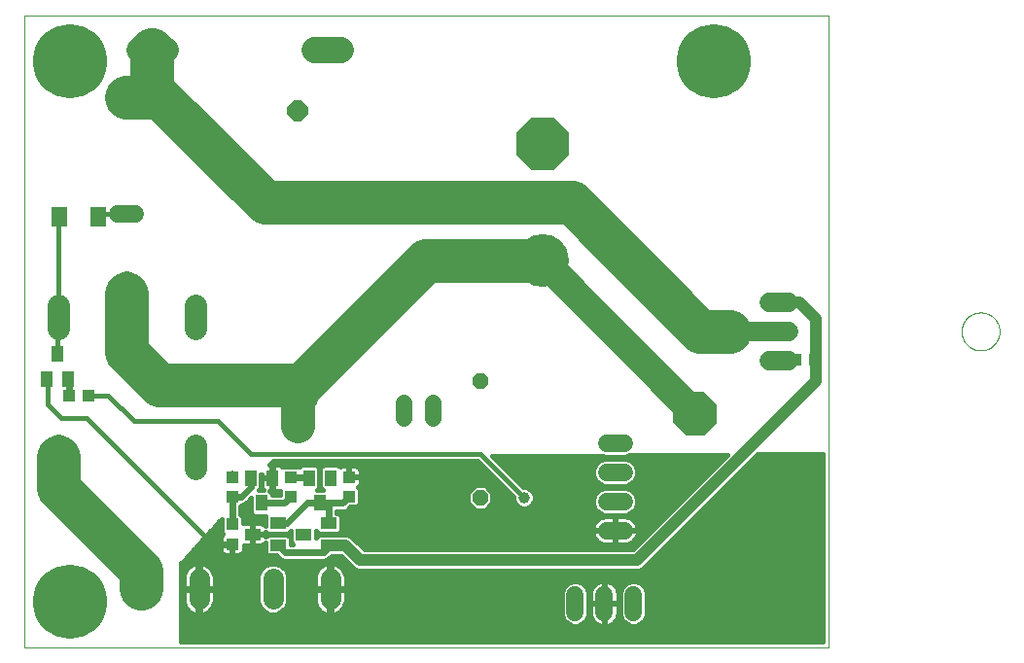
<source format=gbl>
G75*
%MOIN*%
%OFA0B0*%
%FSLAX25Y25*%
%IPPOS*%
%LPD*%
%AMOC8*
5,1,8,0,0,1.08239X$1,22.5*
%
%ADD10C,0.00000*%
%ADD11C,0.07800*%
%ADD12R,0.04331X0.03937*%
%ADD13C,0.06000*%
%ADD14C,0.08850*%
%ADD15C,0.06600*%
%ADD16R,0.03937X0.04331*%
%ADD17C,0.18100*%
%ADD18OC8,0.18100*%
%ADD19OC8,0.07050*%
%ADD20R,0.03937X0.05512*%
%ADD21R,0.05512X0.03937*%
%ADD22C,0.07050*%
%ADD23OC8,0.15000*%
%ADD24C,0.05600*%
%ADD25R,0.05512X0.07087*%
%ADD26OC8,0.05200*%
%ADD27C,0.25400*%
%ADD28C,0.01600*%
%ADD29C,0.10000*%
%ADD30C,0.02400*%
%ADD31C,0.03962*%
%ADD32C,0.04000*%
%ADD33C,0.15000*%
%ADD34C,0.11811*%
D10*
X0002474Y0011800D02*
X0002474Y0228335D01*
X0278065Y0228335D01*
X0278065Y0011800D01*
X0002474Y0011800D01*
X0323724Y0120068D02*
X0323726Y0120229D01*
X0323732Y0120389D01*
X0323742Y0120550D01*
X0323756Y0120710D01*
X0323774Y0120870D01*
X0323795Y0121029D01*
X0323821Y0121188D01*
X0323851Y0121346D01*
X0323884Y0121503D01*
X0323922Y0121660D01*
X0323963Y0121815D01*
X0324008Y0121969D01*
X0324057Y0122122D01*
X0324110Y0122274D01*
X0324166Y0122425D01*
X0324227Y0122574D01*
X0324290Y0122722D01*
X0324358Y0122868D01*
X0324429Y0123012D01*
X0324503Y0123154D01*
X0324581Y0123295D01*
X0324663Y0123433D01*
X0324748Y0123570D01*
X0324836Y0123704D01*
X0324928Y0123836D01*
X0325023Y0123966D01*
X0325121Y0124094D01*
X0325222Y0124219D01*
X0325326Y0124341D01*
X0325433Y0124461D01*
X0325543Y0124578D01*
X0325656Y0124693D01*
X0325772Y0124804D01*
X0325891Y0124913D01*
X0326012Y0125018D01*
X0326136Y0125121D01*
X0326262Y0125221D01*
X0326390Y0125317D01*
X0326521Y0125410D01*
X0326655Y0125500D01*
X0326790Y0125587D01*
X0326928Y0125670D01*
X0327067Y0125750D01*
X0327209Y0125826D01*
X0327352Y0125899D01*
X0327497Y0125968D01*
X0327644Y0126034D01*
X0327792Y0126096D01*
X0327942Y0126154D01*
X0328093Y0126209D01*
X0328246Y0126260D01*
X0328400Y0126307D01*
X0328555Y0126350D01*
X0328711Y0126389D01*
X0328867Y0126425D01*
X0329025Y0126456D01*
X0329183Y0126484D01*
X0329342Y0126508D01*
X0329502Y0126528D01*
X0329662Y0126544D01*
X0329822Y0126556D01*
X0329983Y0126564D01*
X0330144Y0126568D01*
X0330304Y0126568D01*
X0330465Y0126564D01*
X0330626Y0126556D01*
X0330786Y0126544D01*
X0330946Y0126528D01*
X0331106Y0126508D01*
X0331265Y0126484D01*
X0331423Y0126456D01*
X0331581Y0126425D01*
X0331737Y0126389D01*
X0331893Y0126350D01*
X0332048Y0126307D01*
X0332202Y0126260D01*
X0332355Y0126209D01*
X0332506Y0126154D01*
X0332656Y0126096D01*
X0332804Y0126034D01*
X0332951Y0125968D01*
X0333096Y0125899D01*
X0333239Y0125826D01*
X0333381Y0125750D01*
X0333520Y0125670D01*
X0333658Y0125587D01*
X0333793Y0125500D01*
X0333927Y0125410D01*
X0334058Y0125317D01*
X0334186Y0125221D01*
X0334312Y0125121D01*
X0334436Y0125018D01*
X0334557Y0124913D01*
X0334676Y0124804D01*
X0334792Y0124693D01*
X0334905Y0124578D01*
X0335015Y0124461D01*
X0335122Y0124341D01*
X0335226Y0124219D01*
X0335327Y0124094D01*
X0335425Y0123966D01*
X0335520Y0123836D01*
X0335612Y0123704D01*
X0335700Y0123570D01*
X0335785Y0123433D01*
X0335867Y0123295D01*
X0335945Y0123154D01*
X0336019Y0123012D01*
X0336090Y0122868D01*
X0336158Y0122722D01*
X0336221Y0122574D01*
X0336282Y0122425D01*
X0336338Y0122274D01*
X0336391Y0122122D01*
X0336440Y0121969D01*
X0336485Y0121815D01*
X0336526Y0121660D01*
X0336564Y0121503D01*
X0336597Y0121346D01*
X0336627Y0121188D01*
X0336653Y0121029D01*
X0336674Y0120870D01*
X0336692Y0120710D01*
X0336706Y0120550D01*
X0336716Y0120389D01*
X0336722Y0120229D01*
X0336724Y0120068D01*
X0336722Y0119907D01*
X0336716Y0119747D01*
X0336706Y0119586D01*
X0336692Y0119426D01*
X0336674Y0119266D01*
X0336653Y0119107D01*
X0336627Y0118948D01*
X0336597Y0118790D01*
X0336564Y0118633D01*
X0336526Y0118476D01*
X0336485Y0118321D01*
X0336440Y0118167D01*
X0336391Y0118014D01*
X0336338Y0117862D01*
X0336282Y0117711D01*
X0336221Y0117562D01*
X0336158Y0117414D01*
X0336090Y0117268D01*
X0336019Y0117124D01*
X0335945Y0116982D01*
X0335867Y0116841D01*
X0335785Y0116703D01*
X0335700Y0116566D01*
X0335612Y0116432D01*
X0335520Y0116300D01*
X0335425Y0116170D01*
X0335327Y0116042D01*
X0335226Y0115917D01*
X0335122Y0115795D01*
X0335015Y0115675D01*
X0334905Y0115558D01*
X0334792Y0115443D01*
X0334676Y0115332D01*
X0334557Y0115223D01*
X0334436Y0115118D01*
X0334312Y0115015D01*
X0334186Y0114915D01*
X0334058Y0114819D01*
X0333927Y0114726D01*
X0333793Y0114636D01*
X0333658Y0114549D01*
X0333520Y0114466D01*
X0333381Y0114386D01*
X0333239Y0114310D01*
X0333096Y0114237D01*
X0332951Y0114168D01*
X0332804Y0114102D01*
X0332656Y0114040D01*
X0332506Y0113982D01*
X0332355Y0113927D01*
X0332202Y0113876D01*
X0332048Y0113829D01*
X0331893Y0113786D01*
X0331737Y0113747D01*
X0331581Y0113711D01*
X0331423Y0113680D01*
X0331265Y0113652D01*
X0331106Y0113628D01*
X0330946Y0113608D01*
X0330786Y0113592D01*
X0330626Y0113580D01*
X0330465Y0113572D01*
X0330304Y0113568D01*
X0330144Y0113568D01*
X0329983Y0113572D01*
X0329822Y0113580D01*
X0329662Y0113592D01*
X0329502Y0113608D01*
X0329342Y0113628D01*
X0329183Y0113652D01*
X0329025Y0113680D01*
X0328867Y0113711D01*
X0328711Y0113747D01*
X0328555Y0113786D01*
X0328400Y0113829D01*
X0328246Y0113876D01*
X0328093Y0113927D01*
X0327942Y0113982D01*
X0327792Y0114040D01*
X0327644Y0114102D01*
X0327497Y0114168D01*
X0327352Y0114237D01*
X0327209Y0114310D01*
X0327067Y0114386D01*
X0326928Y0114466D01*
X0326790Y0114549D01*
X0326655Y0114636D01*
X0326521Y0114726D01*
X0326390Y0114819D01*
X0326262Y0114915D01*
X0326136Y0115015D01*
X0326012Y0115118D01*
X0325891Y0115223D01*
X0325772Y0115332D01*
X0325656Y0115443D01*
X0325543Y0115558D01*
X0325433Y0115675D01*
X0325326Y0115795D01*
X0325222Y0115917D01*
X0325121Y0116042D01*
X0325023Y0116170D01*
X0324928Y0116300D01*
X0324836Y0116432D01*
X0324748Y0116566D01*
X0324663Y0116703D01*
X0324581Y0116841D01*
X0324503Y0116982D01*
X0324429Y0117124D01*
X0324358Y0117268D01*
X0324290Y0117414D01*
X0324227Y0117562D01*
X0324166Y0117711D01*
X0324110Y0117862D01*
X0324057Y0118014D01*
X0324008Y0118167D01*
X0323963Y0118321D01*
X0323922Y0118476D01*
X0323884Y0118633D01*
X0323851Y0118790D01*
X0323821Y0118948D01*
X0323795Y0119107D01*
X0323774Y0119266D01*
X0323756Y0119426D01*
X0323742Y0119586D01*
X0323732Y0119747D01*
X0323726Y0119907D01*
X0323724Y0120068D01*
D11*
X0060974Y0121150D02*
X0060974Y0128950D01*
X0037474Y0129150D02*
X0037474Y0136950D01*
X0013974Y0128950D02*
X0013974Y0121150D01*
X0013974Y0080950D02*
X0013974Y0073150D01*
X0060974Y0073150D02*
X0060974Y0080950D01*
D12*
X0073724Y0070146D03*
X0073724Y0063454D03*
X0073724Y0053896D03*
X0073724Y0047204D03*
X0093724Y0063454D03*
X0093724Y0070146D03*
X0113724Y0070146D03*
X0113724Y0063454D03*
D13*
X0191224Y0029800D02*
X0191224Y0023800D01*
X0201224Y0023800D02*
X0201224Y0029800D01*
X0211224Y0029800D02*
X0211224Y0023800D01*
X0207974Y0051800D02*
X0201974Y0051800D01*
X0201974Y0061800D02*
X0207974Y0061800D01*
X0207974Y0071800D02*
X0201974Y0071800D01*
X0201974Y0081800D02*
X0207974Y0081800D01*
X0040474Y0160550D02*
X0034474Y0160550D01*
X0034474Y0200550D02*
X0040474Y0200550D01*
D14*
X0041799Y0216800D02*
X0050649Y0216800D01*
X0101799Y0216800D02*
X0110649Y0216800D01*
D15*
X0244207Y0120068D02*
X0261224Y0120068D01*
X0257924Y0120068D02*
X0264524Y0120068D01*
X0264524Y0130068D02*
X0257924Y0130068D01*
X0257924Y0110068D02*
X0264524Y0110068D01*
D16*
X0266628Y0110550D03*
X0273321Y0110550D03*
X0024571Y0098050D03*
X0017878Y0098050D03*
D17*
X0179974Y0144300D03*
D18*
X0179974Y0184300D03*
D19*
X0096224Y0195800D03*
X0096224Y0087800D03*
D20*
X0099984Y0069881D03*
X0107464Y0069881D03*
X0103724Y0061219D03*
X0087464Y0069881D03*
X0079984Y0069881D03*
X0083724Y0061219D03*
X0017464Y0103719D03*
X0009984Y0103719D03*
X0013724Y0112381D03*
D21*
X0089305Y0054290D03*
X0080644Y0050550D03*
X0089305Y0046810D03*
X0098144Y0050550D03*
X0106805Y0054290D03*
X0106805Y0046810D03*
D22*
X0107317Y0035325D02*
X0107317Y0028275D01*
X0087632Y0028275D02*
X0087632Y0035325D01*
X0062317Y0035325D02*
X0062317Y0028275D01*
X0042632Y0028275D02*
X0042632Y0035325D01*
D23*
X0232474Y0091800D03*
D24*
X0142474Y0090250D02*
X0142474Y0095850D01*
X0132474Y0095850D02*
X0132474Y0090250D01*
D25*
X0027917Y0159300D03*
X0014531Y0159300D03*
D26*
X0158724Y0103050D03*
X0158724Y0063050D03*
D27*
X0238695Y0027548D03*
X0018222Y0027548D03*
X0018222Y0212587D03*
X0238695Y0212587D03*
D28*
X0261707Y0110550D02*
X0261224Y0110068D01*
X0261707Y0110550D02*
X0266628Y0110550D01*
X0273321Y0110550D02*
X0273321Y0107204D01*
X0273724Y0106800D01*
X0276224Y0078050D02*
X0253665Y0077900D01*
X0214514Y0038748D01*
X0213190Y0038200D01*
X0116758Y0038200D01*
X0115435Y0038748D01*
X0114422Y0039761D01*
X0110973Y0043210D01*
X0107844Y0043210D01*
X0106560Y0041926D01*
X0105531Y0041500D01*
X0104417Y0041500D01*
X0091258Y0041500D01*
X0090229Y0041926D01*
X0088914Y0043241D01*
X0085886Y0043241D01*
X0084949Y0044179D01*
X0084949Y0047666D01*
X0084840Y0047476D01*
X0084505Y0047141D01*
X0084094Y0046904D01*
X0083637Y0046781D01*
X0080828Y0046781D01*
X0080828Y0050366D01*
X0080828Y0050734D01*
X0085200Y0050734D01*
X0085200Y0051409D01*
X0085886Y0050722D01*
X0092724Y0050722D01*
X0093661Y0051659D01*
X0093661Y0051755D01*
X0093788Y0051808D01*
X0093788Y0047919D01*
X0094606Y0047100D01*
X0093661Y0047100D01*
X0093661Y0049441D01*
X0092724Y0050378D01*
X0085886Y0050378D01*
X0085200Y0049691D01*
X0085200Y0050366D01*
X0080828Y0050366D01*
X0080459Y0050366D01*
X0080459Y0046781D01*
X0077690Y0046781D01*
X0077690Y0044998D01*
X0077567Y0044540D01*
X0077330Y0044130D01*
X0076995Y0043795D01*
X0076584Y0043558D01*
X0076127Y0043435D01*
X0073909Y0043435D01*
X0073909Y0047019D01*
X0073540Y0047019D01*
X0073540Y0043435D01*
X0071322Y0043435D01*
X0070864Y0043558D01*
X0070454Y0043795D01*
X0070119Y0044130D01*
X0069882Y0044540D01*
X0069759Y0044998D01*
X0069759Y0047019D01*
X0073540Y0047019D01*
X0073540Y0047388D01*
X0069759Y0047388D01*
X0069759Y0049409D01*
X0069882Y0049867D01*
X0070119Y0050277D01*
X0070454Y0050612D01*
X0070554Y0050670D01*
X0069959Y0051265D01*
X0069959Y0055869D01*
X0056224Y0040550D01*
X0056224Y0013600D01*
X0276265Y0013600D01*
X0276265Y0075900D01*
X0276224Y0078050D01*
X0276238Y0077339D02*
X0253104Y0077339D01*
X0251506Y0075740D02*
X0276265Y0075740D01*
X0276265Y0074142D02*
X0249907Y0074142D01*
X0248309Y0072543D02*
X0276265Y0072543D01*
X0276265Y0070945D02*
X0246710Y0070945D01*
X0245112Y0069346D02*
X0276265Y0069346D01*
X0276265Y0067748D02*
X0243513Y0067748D01*
X0241915Y0066149D02*
X0276265Y0066149D01*
X0276265Y0064551D02*
X0240316Y0064551D01*
X0238718Y0062952D02*
X0276265Y0062952D01*
X0276265Y0061354D02*
X0237119Y0061354D01*
X0235521Y0059755D02*
X0276265Y0059755D01*
X0276265Y0058157D02*
X0233922Y0058157D01*
X0232324Y0056558D02*
X0276265Y0056558D01*
X0276265Y0054960D02*
X0230725Y0054960D01*
X0229127Y0053361D02*
X0276265Y0053361D01*
X0276265Y0051763D02*
X0227528Y0051763D01*
X0225930Y0050164D02*
X0276265Y0050164D01*
X0276265Y0048566D02*
X0224331Y0048566D01*
X0222733Y0046967D02*
X0276265Y0046967D01*
X0276265Y0045369D02*
X0221134Y0045369D01*
X0219536Y0043770D02*
X0276265Y0043770D01*
X0276265Y0042172D02*
X0217937Y0042172D01*
X0216339Y0040573D02*
X0276265Y0040573D01*
X0276265Y0038975D02*
X0214740Y0038975D01*
X0212672Y0034179D02*
X0276265Y0034179D01*
X0276265Y0032581D02*
X0214949Y0032581D01*
X0215124Y0032406D02*
X0213830Y0033700D01*
X0212139Y0034400D01*
X0210309Y0034400D01*
X0208619Y0033700D01*
X0207325Y0032406D01*
X0206624Y0030715D01*
X0206624Y0022885D01*
X0207325Y0021194D01*
X0208619Y0019900D01*
X0210309Y0019200D01*
X0212139Y0019200D01*
X0213830Y0019900D01*
X0215124Y0021194D01*
X0215824Y0022885D01*
X0215824Y0030715D01*
X0215124Y0032406D01*
X0215714Y0030982D02*
X0276265Y0030982D01*
X0276265Y0029384D02*
X0215824Y0029384D01*
X0215824Y0027785D02*
X0276265Y0027785D01*
X0276265Y0026187D02*
X0215824Y0026187D01*
X0215824Y0024588D02*
X0276265Y0024588D01*
X0276265Y0022990D02*
X0215824Y0022990D01*
X0215206Y0021391D02*
X0276265Y0021391D01*
X0276265Y0019793D02*
X0213570Y0019793D01*
X0208879Y0019793D02*
X0203875Y0019793D01*
X0203740Y0019695D02*
X0204351Y0020139D01*
X0204886Y0020673D01*
X0205330Y0021284D01*
X0205673Y0021957D01*
X0205906Y0022676D01*
X0206024Y0023422D01*
X0206024Y0026600D01*
X0201424Y0026600D01*
X0201424Y0019000D01*
X0201602Y0019000D01*
X0202348Y0019118D01*
X0203067Y0019352D01*
X0203740Y0019695D01*
X0201424Y0019793D02*
X0201024Y0019793D01*
X0201024Y0019000D02*
X0201024Y0026600D01*
X0196424Y0026600D01*
X0196424Y0023422D01*
X0196543Y0022676D01*
X0196776Y0021957D01*
X0197119Y0021284D01*
X0197563Y0020673D01*
X0198097Y0020139D01*
X0198709Y0019695D01*
X0199382Y0019352D01*
X0200100Y0019118D01*
X0200847Y0019000D01*
X0201024Y0019000D01*
X0201024Y0021391D02*
X0201424Y0021391D01*
X0201424Y0022990D02*
X0201024Y0022990D01*
X0201024Y0024588D02*
X0201424Y0024588D01*
X0201424Y0026187D02*
X0201024Y0026187D01*
X0201024Y0026600D02*
X0201424Y0026600D01*
X0201424Y0027000D01*
X0201024Y0027000D01*
X0201024Y0026600D01*
X0201024Y0027000D02*
X0196424Y0027000D01*
X0196424Y0030178D01*
X0196543Y0030924D01*
X0196776Y0031643D01*
X0197119Y0032316D01*
X0197563Y0032927D01*
X0198097Y0033461D01*
X0198709Y0033905D01*
X0199382Y0034248D01*
X0200100Y0034482D01*
X0200847Y0034600D01*
X0201024Y0034600D01*
X0201024Y0027000D01*
X0201424Y0027000D02*
X0201424Y0034600D01*
X0201602Y0034600D01*
X0202348Y0034482D01*
X0203067Y0034248D01*
X0203740Y0033905D01*
X0204351Y0033461D01*
X0204886Y0032927D01*
X0205330Y0032316D01*
X0205673Y0031643D01*
X0205906Y0030924D01*
X0206024Y0030178D01*
X0206024Y0027000D01*
X0201424Y0027000D01*
X0201424Y0027785D02*
X0201024Y0027785D01*
X0201024Y0029384D02*
X0201424Y0029384D01*
X0201424Y0030982D02*
X0201024Y0030982D01*
X0201024Y0032581D02*
X0201424Y0032581D01*
X0201424Y0034179D02*
X0201024Y0034179D01*
X0199246Y0034179D02*
X0192672Y0034179D01*
X0192139Y0034400D02*
X0190309Y0034400D01*
X0188619Y0033700D01*
X0187325Y0032406D01*
X0186624Y0030715D01*
X0186624Y0022885D01*
X0187325Y0021194D01*
X0188619Y0019900D01*
X0190309Y0019200D01*
X0192139Y0019200D01*
X0193830Y0019900D01*
X0195124Y0021194D01*
X0195824Y0022885D01*
X0195824Y0030715D01*
X0195124Y0032406D01*
X0193830Y0033700D01*
X0192139Y0034400D01*
X0189776Y0034179D02*
X0112642Y0034179D01*
X0112642Y0035744D02*
X0112642Y0032175D01*
X0107692Y0032175D01*
X0107692Y0031425D01*
X0112642Y0031425D01*
X0112642Y0027856D01*
X0112511Y0027028D01*
X0112252Y0026231D01*
X0111871Y0025484D01*
X0111379Y0024806D01*
X0110786Y0024213D01*
X0110108Y0023721D01*
X0109361Y0023340D01*
X0108564Y0023081D01*
X0107736Y0022950D01*
X0107692Y0022950D01*
X0107692Y0031425D01*
X0106942Y0031425D01*
X0106942Y0022950D01*
X0106898Y0022950D01*
X0106070Y0023081D01*
X0105273Y0023340D01*
X0104526Y0023721D01*
X0103848Y0024213D01*
X0103255Y0024806D01*
X0102762Y0025484D01*
X0102382Y0026231D01*
X0102123Y0027028D01*
X0101992Y0027856D01*
X0101992Y0031425D01*
X0106942Y0031425D01*
X0106942Y0032175D01*
X0106942Y0040650D01*
X0106898Y0040650D01*
X0106070Y0040519D01*
X0105273Y0040260D01*
X0104526Y0039879D01*
X0103848Y0039387D01*
X0103255Y0038794D01*
X0102762Y0038116D01*
X0102382Y0037369D01*
X0102123Y0036572D01*
X0101992Y0035744D01*
X0101992Y0032175D01*
X0106942Y0032175D01*
X0107692Y0032175D01*
X0107692Y0040650D01*
X0107736Y0040650D01*
X0108564Y0040519D01*
X0109361Y0040260D01*
X0110108Y0039879D01*
X0110786Y0039387D01*
X0111379Y0038794D01*
X0111871Y0038116D01*
X0112252Y0037369D01*
X0112511Y0036572D01*
X0112642Y0035744D01*
X0112637Y0035778D02*
X0276265Y0035778D01*
X0276265Y0037376D02*
X0112248Y0037376D01*
X0111198Y0038975D02*
X0115208Y0038975D01*
X0113610Y0040573D02*
X0108221Y0040573D01*
X0107692Y0040573D02*
X0106942Y0040573D01*
X0106413Y0040573D02*
X0063221Y0040573D01*
X0063564Y0040519D02*
X0062736Y0040650D01*
X0062692Y0040650D01*
X0062692Y0032175D01*
X0067642Y0032175D01*
X0067642Y0035744D01*
X0067511Y0036572D01*
X0067252Y0037369D01*
X0066871Y0038116D01*
X0066379Y0038794D01*
X0065786Y0039387D01*
X0065108Y0039879D01*
X0064361Y0040260D01*
X0063564Y0040519D01*
X0062692Y0040573D02*
X0061942Y0040573D01*
X0061942Y0040650D02*
X0061898Y0040650D01*
X0061070Y0040519D01*
X0060273Y0040260D01*
X0059526Y0039879D01*
X0058848Y0039387D01*
X0058255Y0038794D01*
X0057762Y0038116D01*
X0057382Y0037369D01*
X0057123Y0036572D01*
X0056992Y0035744D01*
X0056992Y0032175D01*
X0061942Y0032175D01*
X0061942Y0040650D01*
X0061413Y0040573D02*
X0056245Y0040573D01*
X0056224Y0038975D02*
X0058436Y0038975D01*
X0057386Y0037376D02*
X0056224Y0037376D01*
X0056224Y0035778D02*
X0056997Y0035778D01*
X0056992Y0034179D02*
X0056224Y0034179D01*
X0056224Y0032581D02*
X0056992Y0032581D01*
X0056992Y0031425D02*
X0056992Y0027856D01*
X0057123Y0027028D01*
X0057382Y0026231D01*
X0057762Y0025484D01*
X0058255Y0024806D01*
X0058848Y0024213D01*
X0059526Y0023721D01*
X0060273Y0023340D01*
X0061070Y0023081D01*
X0061898Y0022950D01*
X0061942Y0022950D01*
X0061942Y0031425D01*
X0062692Y0031425D01*
X0062692Y0032175D01*
X0061942Y0032175D01*
X0061942Y0031425D01*
X0056992Y0031425D01*
X0056992Y0030982D02*
X0056224Y0030982D01*
X0056224Y0029384D02*
X0056992Y0029384D01*
X0057003Y0027785D02*
X0056224Y0027785D01*
X0056224Y0026187D02*
X0057405Y0026187D01*
X0058473Y0024588D02*
X0056224Y0024588D01*
X0056224Y0022990D02*
X0061648Y0022990D01*
X0061942Y0022990D02*
X0062692Y0022990D01*
X0062692Y0022950D02*
X0062736Y0022950D01*
X0063564Y0023081D01*
X0064361Y0023340D01*
X0065108Y0023721D01*
X0065786Y0024213D01*
X0066379Y0024806D01*
X0066871Y0025484D01*
X0067252Y0026231D01*
X0067511Y0027028D01*
X0067642Y0027856D01*
X0067642Y0031425D01*
X0062692Y0031425D01*
X0062692Y0022950D01*
X0062986Y0022990D02*
X0106648Y0022990D01*
X0106942Y0022990D02*
X0107692Y0022990D01*
X0107986Y0022990D02*
X0186624Y0022990D01*
X0186624Y0024588D02*
X0111161Y0024588D01*
X0112229Y0026187D02*
X0186624Y0026187D01*
X0186624Y0027785D02*
X0112631Y0027785D01*
X0112642Y0029384D02*
X0186624Y0029384D01*
X0186735Y0030982D02*
X0112642Y0030982D01*
X0112642Y0032581D02*
X0187500Y0032581D01*
X0194949Y0032581D02*
X0197311Y0032581D01*
X0196561Y0030982D02*
X0195714Y0030982D01*
X0195824Y0029384D02*
X0196424Y0029384D01*
X0196424Y0027785D02*
X0195824Y0027785D01*
X0195824Y0026187D02*
X0196424Y0026187D01*
X0196424Y0024588D02*
X0195824Y0024588D01*
X0195824Y0022990D02*
X0196493Y0022990D01*
X0197065Y0021391D02*
X0195206Y0021391D01*
X0193570Y0019793D02*
X0198574Y0019793D01*
X0205384Y0021391D02*
X0207243Y0021391D01*
X0206624Y0022990D02*
X0205956Y0022990D01*
X0206024Y0024588D02*
X0206624Y0024588D01*
X0206624Y0026187D02*
X0206024Y0026187D01*
X0206024Y0027785D02*
X0206624Y0027785D01*
X0206624Y0029384D02*
X0206024Y0029384D01*
X0205887Y0030982D02*
X0206735Y0030982D01*
X0207500Y0032581D02*
X0205137Y0032581D01*
X0203203Y0034179D02*
X0209776Y0034179D01*
X0210983Y0045400D02*
X0118966Y0045400D01*
X0114504Y0049862D01*
X0113181Y0050410D01*
X0106768Y0050410D01*
X0106692Y0050378D01*
X0103386Y0050378D01*
X0102500Y0049491D01*
X0102500Y0051609D01*
X0103386Y0050722D01*
X0110224Y0050722D01*
X0111161Y0051659D01*
X0111161Y0056921D01*
X0110224Y0057859D01*
X0109605Y0057859D01*
X0109605Y0058419D01*
X0112047Y0058419D01*
X0113076Y0058846D01*
X0114116Y0059885D01*
X0116552Y0059885D01*
X0117490Y0060822D01*
X0117490Y0066085D01*
X0116895Y0066680D01*
X0116995Y0066738D01*
X0117330Y0067073D01*
X0117567Y0067483D01*
X0117690Y0067941D01*
X0117690Y0069962D01*
X0113909Y0069962D01*
X0113909Y0070331D01*
X0117690Y0070331D01*
X0117690Y0072352D01*
X0117567Y0072810D01*
X0117330Y0073220D01*
X0116995Y0073555D01*
X0116584Y0073792D01*
X0116127Y0073915D01*
X0113909Y0073915D01*
X0113909Y0070331D01*
X0113540Y0070331D01*
X0113540Y0073915D01*
X0111322Y0073915D01*
X0110864Y0073792D01*
X0110659Y0073674D01*
X0110096Y0074237D01*
X0104833Y0074237D01*
X0103896Y0073299D01*
X0103896Y0070019D01*
X0103893Y0070012D01*
X0103893Y0068588D01*
X0103896Y0068581D01*
X0103896Y0066462D01*
X0104783Y0065575D01*
X0102666Y0065575D01*
X0103553Y0066462D01*
X0103553Y0073299D01*
X0102615Y0074237D01*
X0097353Y0074237D01*
X0096692Y0073576D01*
X0096552Y0073715D01*
X0090896Y0073715D01*
X0090892Y0073710D01*
X0090873Y0073742D01*
X0090538Y0074077D01*
X0090128Y0074314D01*
X0089670Y0074437D01*
X0087649Y0074437D01*
X0087649Y0070065D01*
X0087280Y0070065D01*
X0087280Y0069696D01*
X0087649Y0069696D01*
X0087649Y0065325D01*
X0089670Y0065325D01*
X0089959Y0065402D01*
X0089959Y0064019D01*
X0087293Y0064019D01*
X0087293Y0064638D01*
X0086606Y0065325D01*
X0087280Y0065325D01*
X0087280Y0069696D01*
X0083696Y0069696D01*
X0083696Y0066888D01*
X0083819Y0066430D01*
X0084056Y0066020D01*
X0084391Y0065684D01*
X0084580Y0065575D01*
X0082666Y0065575D01*
X0083553Y0066462D01*
X0083553Y0071032D01*
X0083696Y0071191D01*
X0083696Y0070065D01*
X0087280Y0070065D01*
X0087280Y0074437D01*
X0086605Y0074437D01*
X0087693Y0075650D01*
X0157730Y0075650D01*
X0170143Y0063237D01*
X0170143Y0062338D01*
X0170688Y0061021D01*
X0171696Y0060014D01*
X0173012Y0059469D01*
X0174437Y0059469D01*
X0175753Y0060014D01*
X0176760Y0061021D01*
X0177305Y0062338D01*
X0177305Y0063762D01*
X0176760Y0065079D01*
X0175753Y0066086D01*
X0174437Y0066631D01*
X0173537Y0066631D01*
X0162874Y0077294D01*
X0200230Y0077543D01*
X0201059Y0077200D01*
X0208889Y0077200D01*
X0209873Y0077608D01*
X0243414Y0077831D01*
X0210983Y0045400D01*
X0212550Y0046967D02*
X0117398Y0046967D01*
X0115800Y0048566D02*
X0198420Y0048566D01*
X0198313Y0048673D02*
X0198847Y0048139D01*
X0199459Y0047695D01*
X0200132Y0047352D01*
X0200850Y0047118D01*
X0201597Y0047000D01*
X0204774Y0047000D01*
X0204774Y0051600D01*
X0197174Y0051600D01*
X0197174Y0051422D01*
X0197293Y0050676D01*
X0197526Y0049957D01*
X0197869Y0049284D01*
X0198313Y0048673D01*
X0197459Y0050164D02*
X0113773Y0050164D01*
X0111161Y0051763D02*
X0204774Y0051763D01*
X0204774Y0051600D02*
X0204774Y0052000D01*
X0197174Y0052000D01*
X0197174Y0052178D01*
X0197293Y0052924D01*
X0197526Y0053643D01*
X0197869Y0054316D01*
X0198313Y0054927D01*
X0198847Y0055461D01*
X0199459Y0055905D01*
X0200132Y0056248D01*
X0200850Y0056482D01*
X0201597Y0056600D01*
X0204774Y0056600D01*
X0204774Y0052000D01*
X0205174Y0052000D01*
X0205174Y0056600D01*
X0208352Y0056600D01*
X0209098Y0056482D01*
X0209817Y0056248D01*
X0210490Y0055905D01*
X0211101Y0055461D01*
X0211636Y0054927D01*
X0212080Y0054316D01*
X0212423Y0053643D01*
X0212656Y0052924D01*
X0212774Y0052178D01*
X0212774Y0052000D01*
X0205174Y0052000D01*
X0205174Y0051600D01*
X0205174Y0047000D01*
X0208352Y0047000D01*
X0209098Y0047118D01*
X0209817Y0047352D01*
X0210490Y0047695D01*
X0211101Y0048139D01*
X0211636Y0048673D01*
X0212080Y0049284D01*
X0212423Y0049957D01*
X0212656Y0050676D01*
X0212774Y0051422D01*
X0212774Y0051600D01*
X0205174Y0051600D01*
X0204774Y0051600D01*
X0205174Y0051763D02*
X0217346Y0051763D01*
X0218944Y0053361D02*
X0212514Y0053361D01*
X0211603Y0054960D02*
X0220543Y0054960D01*
X0222141Y0056558D02*
X0208615Y0056558D01*
X0208889Y0057200D02*
X0210580Y0057900D01*
X0211874Y0059194D01*
X0212574Y0060885D01*
X0212574Y0062715D01*
X0211874Y0064406D01*
X0210580Y0065700D01*
X0208889Y0066400D01*
X0201059Y0066400D01*
X0199369Y0065700D01*
X0198075Y0064406D01*
X0197374Y0062715D01*
X0197374Y0060885D01*
X0198075Y0059194D01*
X0199369Y0057900D01*
X0201059Y0057200D01*
X0208889Y0057200D01*
X0210837Y0058157D02*
X0223740Y0058157D01*
X0225339Y0059755D02*
X0212106Y0059755D01*
X0212574Y0061354D02*
X0226937Y0061354D01*
X0228536Y0062952D02*
X0212476Y0062952D01*
X0211729Y0064551D02*
X0230134Y0064551D01*
X0231733Y0066149D02*
X0209494Y0066149D01*
X0208889Y0067200D02*
X0210580Y0067900D01*
X0211874Y0069194D01*
X0212574Y0070885D01*
X0212574Y0072715D01*
X0211874Y0074406D01*
X0210580Y0075700D01*
X0208889Y0076400D01*
X0201059Y0076400D01*
X0199369Y0075700D01*
X0198075Y0074406D01*
X0197374Y0072715D01*
X0197374Y0070885D01*
X0198075Y0069194D01*
X0199369Y0067900D01*
X0201059Y0067200D01*
X0208889Y0067200D01*
X0210212Y0067748D02*
X0233331Y0067748D01*
X0234930Y0069346D02*
X0211937Y0069346D01*
X0212574Y0070945D02*
X0236528Y0070945D01*
X0238127Y0072543D02*
X0212574Y0072543D01*
X0211983Y0074142D02*
X0239725Y0074142D01*
X0241324Y0075740D02*
X0210482Y0075740D01*
X0209225Y0077339D02*
X0242922Y0077339D01*
X0205174Y0056558D02*
X0204774Y0056558D01*
X0204774Y0054960D02*
X0205174Y0054960D01*
X0205174Y0053361D02*
X0204774Y0053361D01*
X0201333Y0056558D02*
X0111161Y0056558D01*
X0111161Y0054960D02*
X0198346Y0054960D01*
X0197435Y0053361D02*
X0111161Y0053361D01*
X0109605Y0058157D02*
X0199112Y0058157D01*
X0197842Y0059755D02*
X0175128Y0059755D01*
X0176898Y0061354D02*
X0197374Y0061354D01*
X0197473Y0062952D02*
X0177305Y0062952D01*
X0176979Y0064551D02*
X0198220Y0064551D01*
X0200454Y0066149D02*
X0175600Y0066149D01*
X0172421Y0067748D02*
X0199737Y0067748D01*
X0198012Y0069346D02*
X0170822Y0069346D01*
X0169224Y0070945D02*
X0197374Y0070945D01*
X0197374Y0072543D02*
X0167625Y0072543D01*
X0166026Y0074142D02*
X0197965Y0074142D01*
X0199467Y0075740D02*
X0164428Y0075740D01*
X0160837Y0072543D02*
X0117638Y0072543D01*
X0117690Y0070945D02*
X0162435Y0070945D01*
X0164034Y0069346D02*
X0117690Y0069346D01*
X0117638Y0067748D02*
X0165632Y0067748D01*
X0167231Y0066149D02*
X0161565Y0066149D01*
X0160464Y0067250D02*
X0162924Y0064790D01*
X0162924Y0061310D01*
X0160464Y0058850D01*
X0156985Y0058850D01*
X0154524Y0061310D01*
X0154524Y0064790D01*
X0156985Y0067250D01*
X0160464Y0067250D01*
X0162924Y0064551D02*
X0168829Y0064551D01*
X0170143Y0062952D02*
X0162924Y0062952D01*
X0162924Y0061354D02*
X0170551Y0061354D01*
X0172320Y0059755D02*
X0161369Y0059755D01*
X0156079Y0059755D02*
X0113986Y0059755D01*
X0117490Y0061354D02*
X0154524Y0061354D01*
X0154524Y0062952D02*
X0117490Y0062952D01*
X0117490Y0064551D02*
X0154524Y0064551D01*
X0155884Y0066149D02*
X0117425Y0066149D01*
X0113909Y0070945D02*
X0113540Y0070945D01*
X0113540Y0072543D02*
X0113909Y0072543D01*
X0110190Y0074142D02*
X0159238Y0074142D01*
X0158724Y0078050D02*
X0079974Y0078050D01*
X0068724Y0089300D01*
X0039974Y0089300D01*
X0031224Y0098050D01*
X0024571Y0098050D01*
X0023724Y0090550D02*
X0014974Y0090550D01*
X0010555Y0094969D01*
X0010555Y0103719D01*
X0009984Y0103719D01*
X0013724Y0112381D02*
X0013724Y0124800D01*
X0013974Y0125050D01*
X0013974Y0158743D01*
X0014531Y0159300D01*
X0027917Y0159300D02*
X0029167Y0160550D01*
X0037474Y0160550D01*
X0023724Y0090550D02*
X0067474Y0046800D01*
X0073321Y0046800D01*
X0073724Y0047204D01*
X0073540Y0046967D02*
X0073909Y0046967D01*
X0073909Y0045369D02*
X0073540Y0045369D01*
X0073540Y0043770D02*
X0073909Y0043770D01*
X0076953Y0043770D02*
X0085358Y0043770D01*
X0084949Y0045369D02*
X0077690Y0045369D01*
X0080459Y0046967D02*
X0080828Y0046967D01*
X0080828Y0048566D02*
X0080459Y0048566D01*
X0080459Y0050164D02*
X0080828Y0050164D01*
X0080828Y0050734D02*
X0080459Y0050734D01*
X0080459Y0054318D01*
X0077651Y0054318D01*
X0077490Y0054275D01*
X0077490Y0056528D01*
X0076552Y0057465D01*
X0076524Y0057465D01*
X0076524Y0059885D01*
X0076552Y0059885D01*
X0077417Y0060750D01*
X0078214Y0061080D01*
X0079002Y0061867D01*
X0080156Y0063022D01*
X0080156Y0057801D01*
X0081093Y0056863D01*
X0084949Y0056863D01*
X0084949Y0053434D01*
X0084840Y0053624D01*
X0084505Y0053959D01*
X0084094Y0054196D01*
X0083637Y0054318D01*
X0080828Y0054318D01*
X0080828Y0050734D01*
X0080828Y0051763D02*
X0080459Y0051763D01*
X0080459Y0053361D02*
X0080828Y0053361D01*
X0077490Y0054960D02*
X0084949Y0054960D01*
X0084949Y0056558D02*
X0077459Y0056558D01*
X0076524Y0058157D02*
X0080156Y0058157D01*
X0080156Y0059755D02*
X0076524Y0059755D01*
X0078488Y0061354D02*
X0080156Y0061354D01*
X0080156Y0062952D02*
X0080086Y0062952D01*
X0083240Y0066149D02*
X0083981Y0066149D01*
X0083696Y0067748D02*
X0083553Y0067748D01*
X0083553Y0069346D02*
X0083696Y0069346D01*
X0083696Y0070945D02*
X0083553Y0070945D01*
X0087280Y0070945D02*
X0087649Y0070945D01*
X0087649Y0072543D02*
X0087280Y0072543D01*
X0087280Y0074142D02*
X0087649Y0074142D01*
X0090426Y0074142D02*
X0097258Y0074142D01*
X0102710Y0074142D02*
X0104739Y0074142D01*
X0103896Y0072543D02*
X0103553Y0072543D01*
X0103553Y0070945D02*
X0103896Y0070945D01*
X0103893Y0069346D02*
X0103553Y0069346D01*
X0103553Y0067748D02*
X0103896Y0067748D01*
X0104209Y0066149D02*
X0103240Y0066149D01*
X0089959Y0064551D02*
X0087293Y0064551D01*
X0087280Y0066149D02*
X0087649Y0066149D01*
X0087649Y0067748D02*
X0087280Y0067748D01*
X0087280Y0069346D02*
X0087649Y0069346D01*
X0073724Y0070146D02*
X0073724Y0070550D01*
X0069959Y0054960D02*
X0069143Y0054960D01*
X0069959Y0053361D02*
X0067710Y0053361D01*
X0066277Y0051763D02*
X0069959Y0051763D01*
X0070053Y0050164D02*
X0064844Y0050164D01*
X0063411Y0048566D02*
X0069759Y0048566D01*
X0069759Y0046967D02*
X0061978Y0046967D01*
X0060545Y0045369D02*
X0069759Y0045369D01*
X0070496Y0043770D02*
X0059111Y0043770D01*
X0057678Y0042172D02*
X0089983Y0042172D01*
X0088651Y0040450D02*
X0086612Y0040450D01*
X0084729Y0039670D01*
X0083287Y0038228D01*
X0082507Y0036344D01*
X0082507Y0027256D01*
X0083287Y0025372D01*
X0084729Y0023930D01*
X0086612Y0023150D01*
X0088651Y0023150D01*
X0090535Y0023930D01*
X0091977Y0025372D01*
X0092757Y0027256D01*
X0092757Y0036344D01*
X0091977Y0038228D01*
X0090535Y0039670D01*
X0088651Y0040450D01*
X0091230Y0038975D02*
X0103436Y0038975D01*
X0102386Y0037376D02*
X0092329Y0037376D01*
X0092757Y0035778D02*
X0101997Y0035778D01*
X0101992Y0034179D02*
X0092757Y0034179D01*
X0092757Y0032581D02*
X0101992Y0032581D01*
X0101992Y0030982D02*
X0092757Y0030982D01*
X0092757Y0029384D02*
X0101992Y0029384D01*
X0102003Y0027785D02*
X0092757Y0027785D01*
X0092314Y0026187D02*
X0102405Y0026187D01*
X0103473Y0024588D02*
X0091193Y0024588D01*
X0084071Y0024588D02*
X0066161Y0024588D01*
X0067229Y0026187D02*
X0082950Y0026187D01*
X0082507Y0027785D02*
X0067631Y0027785D01*
X0067642Y0029384D02*
X0082507Y0029384D01*
X0082507Y0030982D02*
X0067642Y0030982D01*
X0067642Y0032581D02*
X0082507Y0032581D01*
X0082507Y0034179D02*
X0067642Y0034179D01*
X0067637Y0035778D02*
X0082507Y0035778D01*
X0082934Y0037376D02*
X0067248Y0037376D01*
X0066198Y0038975D02*
X0084034Y0038975D01*
X0084204Y0046967D02*
X0084949Y0046967D01*
X0085200Y0050164D02*
X0085672Y0050164D01*
X0092938Y0050164D02*
X0093788Y0050164D01*
X0093788Y0048566D02*
X0093661Y0048566D01*
X0093680Y0051763D02*
X0093788Y0051763D01*
X0102500Y0050164D02*
X0103172Y0050164D01*
X0106806Y0042172D02*
X0112011Y0042172D01*
X0107692Y0038975D02*
X0106942Y0038975D01*
X0106942Y0037376D02*
X0107692Y0037376D01*
X0107692Y0035778D02*
X0106942Y0035778D01*
X0106942Y0034179D02*
X0107692Y0034179D01*
X0107692Y0032581D02*
X0106942Y0032581D01*
X0106942Y0030982D02*
X0107692Y0030982D01*
X0107692Y0029384D02*
X0106942Y0029384D01*
X0106942Y0027785D02*
X0107692Y0027785D01*
X0107692Y0026187D02*
X0106942Y0026187D01*
X0106942Y0024588D02*
X0107692Y0024588D01*
X0062692Y0024588D02*
X0061942Y0024588D01*
X0061942Y0026187D02*
X0062692Y0026187D01*
X0062692Y0027785D02*
X0061942Y0027785D01*
X0061942Y0029384D02*
X0062692Y0029384D01*
X0062692Y0030982D02*
X0061942Y0030982D01*
X0061942Y0032581D02*
X0062692Y0032581D01*
X0062692Y0034179D02*
X0061942Y0034179D01*
X0061942Y0035778D02*
X0062692Y0035778D01*
X0062692Y0037376D02*
X0061942Y0037376D01*
X0061942Y0038975D02*
X0062692Y0038975D01*
X0056224Y0021391D02*
X0187243Y0021391D01*
X0188879Y0019793D02*
X0056224Y0019793D01*
X0056224Y0018194D02*
X0276265Y0018194D01*
X0276265Y0016596D02*
X0056224Y0016596D01*
X0056224Y0014997D02*
X0276265Y0014997D01*
X0215747Y0050164D02*
X0212490Y0050164D01*
X0211528Y0048566D02*
X0214149Y0048566D01*
X0205174Y0048566D02*
X0204774Y0048566D01*
X0204774Y0050164D02*
X0205174Y0050164D01*
X0173724Y0063050D02*
X0158724Y0078050D01*
X0169570Y0077339D02*
X0200724Y0077339D01*
D29*
X0232474Y0091800D02*
X0179974Y0144300D01*
X0261224Y0050078D02*
X0238695Y0027548D01*
D30*
X0113724Y0063454D02*
X0111490Y0061219D01*
X0107474Y0061219D01*
X0106805Y0060639D01*
X0106805Y0054290D01*
X0098724Y0050550D02*
X0098144Y0050550D01*
X0092464Y0054290D02*
X0099394Y0061219D01*
X0103724Y0061219D01*
X0107474Y0061219D01*
X0107474Y0069300D02*
X0107464Y0069310D01*
X0107464Y0069881D01*
X0099984Y0069881D02*
X0099718Y0070146D01*
X0093724Y0070146D01*
X0093724Y0063454D02*
X0091490Y0061219D01*
X0083724Y0061219D01*
X0079984Y0066810D02*
X0076628Y0063454D01*
X0073724Y0063454D01*
X0073724Y0053896D01*
X0089305Y0054290D02*
X0092464Y0054290D01*
X0089305Y0046810D02*
X0091815Y0044300D01*
X0104974Y0044300D01*
X0107484Y0046810D01*
X0106805Y0046810D01*
X0079984Y0066810D02*
X0079984Y0069881D01*
X0079718Y0070146D01*
X0017878Y0098050D02*
X0017730Y0098709D01*
X0017730Y0103454D01*
X0017464Y0103719D01*
D31*
X0073724Y0070550D03*
X0098724Y0050550D03*
X0107474Y0069300D03*
X0173724Y0063050D03*
D32*
X0212474Y0041800D02*
X0273724Y0103050D01*
X0273724Y0106800D01*
X0273724Y0124300D01*
X0267957Y0130068D01*
X0261224Y0130068D01*
X0212474Y0041800D02*
X0117474Y0041800D01*
X0112464Y0046810D01*
X0107484Y0046810D01*
D33*
X0042474Y0038050D02*
X0042474Y0031957D01*
X0042474Y0038050D02*
X0013974Y0066550D01*
X0013974Y0077050D01*
X0048724Y0101800D02*
X0096224Y0101800D01*
X0096224Y0099300D01*
X0096224Y0101800D02*
X0097474Y0101800D01*
X0139974Y0144300D01*
X0179974Y0144300D01*
X0189974Y0164300D02*
X0084974Y0164300D01*
X0048724Y0200550D01*
X0047474Y0200550D01*
X0046224Y0201800D01*
X0046224Y0216800D01*
X0047474Y0200550D02*
X0037474Y0200550D01*
X0037474Y0133050D02*
X0037474Y0113050D01*
X0048724Y0101800D01*
X0189974Y0164300D02*
X0234207Y0120068D01*
X0244207Y0120068D01*
D34*
X0096224Y0099300D02*
X0096224Y0087800D01*
M02*

</source>
